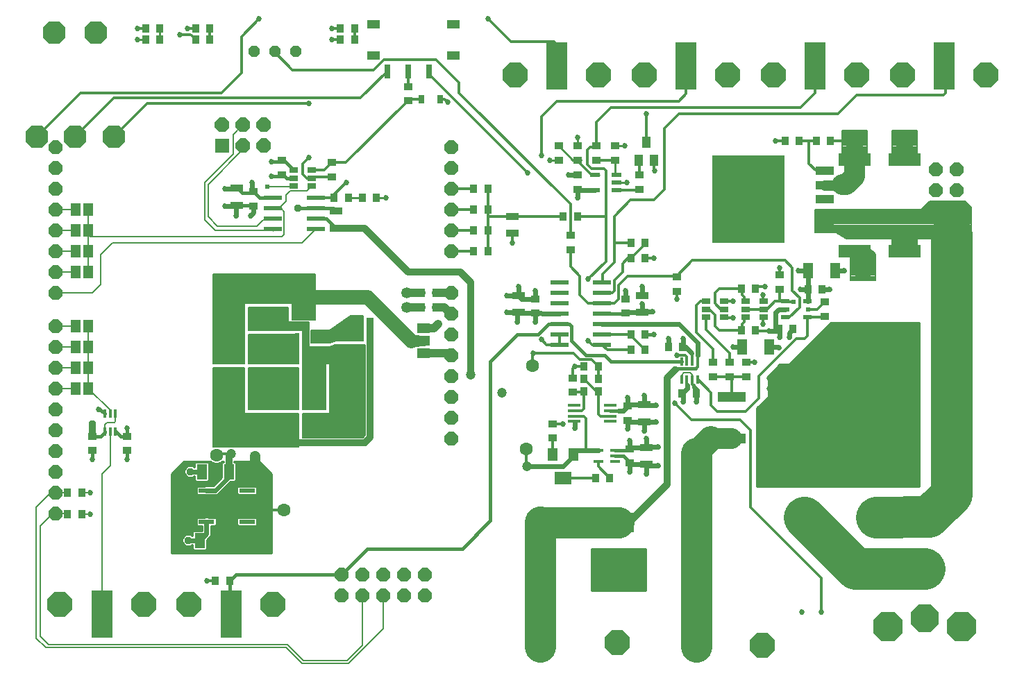
<source format=gtl>
G75*
%MOIN*%
%OFA0B0*%
%FSLAX24Y24*%
%IPPOS*%
%LPD*%
%AMOC8*
5,1,8,0,0,1.08239X$1,22.5*
%
%ADD10R,0.0866X0.0236*%
%ADD11R,0.0512X0.0630*%
%ADD12R,0.0787X0.0630*%
%ADD13OC8,0.0660*%
%ADD14OC8,0.0700*%
%ADD15R,0.0700X0.0700*%
%ADD16R,0.0600X0.0380*%
%ADD17R,0.0420X0.0350*%
%ADD18R,0.0350X0.0420*%
%ADD19R,0.1457X0.0965*%
%ADD20R,0.0460X0.0140*%
%ADD21R,0.0590X0.0170*%
%ADD22R,0.0276X0.0669*%
%ADD23R,0.0610X0.0433*%
%ADD24R,0.1350X0.0500*%
%ADD25R,0.3550X0.4200*%
%ADD26R,0.1000X0.2300*%
%ADD27OC8,0.1210*%
%ADD28C,0.0630*%
%ADD29R,0.0500X0.0220*%
%ADD30R,0.0780X0.0210*%
%ADD31R,0.0480X0.0740*%
%ADD32R,0.0460X0.0630*%
%ADD33R,0.0394X0.0551*%
%ADD34OC8,0.0531*%
%ADD35OC8,0.1095*%
%ADD36R,0.0417X0.0256*%
%ADD37R,0.0140X0.0400*%
%ADD38R,0.0394X0.0217*%
%ADD39R,0.0217X0.0394*%
%ADD40R,0.0740X0.0480*%
%ADD41R,0.0650X0.1100*%
%ADD42R,0.0360X0.0480*%
%ADD43R,0.0512X0.0472*%
%ADD44OC8,0.1620*%
%ADD45OC8,0.1325*%
%ADD46OC8,0.1424*%
%ADD47R,0.0630X0.0460*%
%ADD48R,0.3500X0.4200*%
%ADD49R,0.0900X0.0420*%
%ADD50R,0.1575X0.0630*%
%ADD51R,0.0300X0.0400*%
%ADD52C,0.0120*%
%ADD53C,0.0270*%
%ADD54C,0.0240*%
%ADD55C,0.0160*%
%ADD56C,0.0070*%
%ADD57C,0.0400*%
%ADD58C,0.0100*%
%ADD59C,0.0050*%
%ADD60C,0.0472*%
%ADD61C,0.0320*%
%ADD62C,0.0376*%
%ADD63C,0.0531*%
%ADD64OC8,0.1181*%
%ADD65C,0.0945*%
%ADD66C,0.0500*%
%ADD67OC8,0.1502*%
%ADD68C,0.2000*%
%ADD69C,0.1000*%
%ADD70C,0.1200*%
%ADD71C,0.1500*%
%ADD72C,0.0416*%
%ADD73C,0.0240*%
%ADD74C,0.0560*%
%ADD75C,0.0700*%
D10*
X020470Y026775D03*
X020470Y027275D03*
X020470Y027775D03*
X020470Y028275D03*
X022517Y028275D03*
X022517Y027775D03*
X022517Y027275D03*
X022517Y026775D03*
X034217Y024225D03*
X034217Y023725D03*
X034217Y023225D03*
X034217Y022725D03*
X034217Y022225D03*
X034217Y021725D03*
X034217Y021225D03*
X036264Y021225D03*
X036264Y021725D03*
X036264Y022225D03*
X036264Y022725D03*
X036264Y023225D03*
X036264Y023725D03*
X036264Y024225D03*
D11*
X034891Y015946D03*
X033891Y015946D03*
D12*
X034391Y014804D03*
D13*
X029041Y016725D03*
X029041Y017725D03*
X029041Y018725D03*
X029041Y019725D03*
X029041Y020725D03*
X029041Y021725D03*
X029041Y022725D03*
X029041Y023725D03*
X029041Y025725D03*
X029041Y026725D03*
X029041Y027725D03*
X029041Y028725D03*
X029041Y029725D03*
X029041Y030725D03*
X010041Y030725D03*
X010041Y029725D03*
X010041Y028725D03*
X010041Y027725D03*
X010041Y026725D03*
X010041Y025725D03*
X010041Y024725D03*
X010041Y023725D03*
X010041Y022125D03*
X010041Y021125D03*
X010041Y020125D03*
X010041Y019125D03*
X010041Y018125D03*
X010041Y017125D03*
X010041Y016125D03*
X010041Y015125D03*
X010041Y014125D03*
X010041Y013125D03*
X023743Y010175D03*
X023743Y009175D03*
X024743Y009175D03*
X024743Y010175D03*
X025743Y010175D03*
X025743Y009175D03*
X026743Y009175D03*
X026743Y010175D03*
X027743Y010175D03*
X027743Y009175D03*
X052282Y026648D03*
X052282Y027648D03*
X052282Y028648D03*
X052282Y029648D03*
X053282Y029648D03*
X053282Y028648D03*
X053282Y027648D03*
X053282Y026648D03*
D14*
X020041Y030775D03*
X020041Y031775D03*
X019041Y031775D03*
X019041Y030775D03*
X018041Y031775D03*
D15*
X018041Y030775D03*
D16*
X018741Y028735D03*
X018741Y027915D03*
X023496Y027635D03*
X023496Y026815D03*
X031943Y026565D03*
X031943Y027385D03*
X032243Y023582D03*
X032243Y022762D03*
X038193Y022765D03*
X038193Y023585D03*
X038291Y018335D03*
X038291Y017515D03*
X038391Y016285D03*
X038391Y015465D03*
D17*
X037591Y015535D03*
X037591Y016215D03*
X037491Y017585D03*
X037491Y018265D03*
X034843Y018935D03*
X034843Y019615D03*
X033891Y017415D03*
X033891Y016735D03*
X033043Y022735D03*
X033043Y023415D03*
X034743Y025785D03*
X034743Y026465D03*
X035093Y028685D03*
X035093Y029365D03*
X035093Y030085D03*
X035993Y030085D03*
X035993Y030765D03*
X035093Y030765D03*
X034193Y030765D03*
X034193Y030085D03*
X036893Y030085D03*
X036893Y030765D03*
X038046Y029365D03*
X038046Y028685D03*
X039843Y024465D03*
X039843Y023785D03*
X037393Y023415D03*
X037393Y022735D03*
X041593Y020365D03*
X042393Y020365D03*
X042393Y019685D03*
X041593Y019685D03*
X043193Y019685D03*
X043193Y020365D03*
X046943Y022585D03*
X046943Y023265D03*
X044793Y023885D03*
X044793Y024565D03*
X026943Y032935D03*
X026943Y033615D03*
X023293Y029965D03*
X023293Y029285D03*
X020893Y029385D03*
X020893Y030065D03*
X019541Y028565D03*
X019541Y027885D03*
X023893Y021665D03*
X023893Y020985D03*
X019593Y016565D03*
X019593Y015885D03*
X013443Y016135D03*
X013443Y016815D03*
X011793Y016815D03*
X011793Y016135D03*
D18*
X011283Y014125D03*
X010603Y014125D03*
X010603Y013075D03*
X011283Y013075D03*
X017703Y009875D03*
X018383Y009875D03*
X024453Y021725D03*
X024453Y022325D03*
X025133Y022325D03*
X025133Y021725D03*
X027603Y023025D03*
X028283Y023025D03*
X028283Y023725D03*
X027603Y023725D03*
X030103Y025725D03*
X030783Y025725D03*
X030783Y026725D03*
X030103Y026725D03*
X030103Y027725D03*
X030783Y027725D03*
X030783Y028725D03*
X030103Y028725D03*
X034403Y027375D03*
X035083Y027375D03*
X037653Y026125D03*
X038333Y026125D03*
X038333Y025375D03*
X037653Y025375D03*
X037651Y021725D03*
X038331Y021725D03*
X038331Y020975D03*
X037651Y020975D03*
X036083Y020175D03*
X036083Y019575D03*
X036083Y018975D03*
X035403Y018975D03*
X035403Y019575D03*
X035403Y020175D03*
X039453Y021125D03*
X040133Y021125D03*
X040103Y018875D03*
X040783Y018875D03*
X042953Y021925D03*
X043633Y021925D03*
X044753Y021975D03*
X045433Y021975D03*
X046153Y023875D03*
X046833Y023875D03*
X043633Y023925D03*
X042953Y023925D03*
X045053Y031025D03*
X045733Y031025D03*
X046553Y031025D03*
X047233Y031025D03*
X036631Y014825D03*
X035951Y014825D03*
X025431Y028275D03*
X024751Y028275D03*
X024081Y028275D03*
X023401Y028275D03*
X023703Y035875D03*
X023703Y036425D03*
X024383Y036425D03*
X024383Y035875D03*
X017433Y035875D03*
X017433Y036425D03*
X016753Y036425D03*
X016753Y035875D03*
X015033Y035875D03*
X015033Y036425D03*
X014353Y036425D03*
X014353Y035875D03*
D19*
X037043Y012692D03*
X037043Y010664D03*
D20*
X036901Y015615D03*
X036901Y015875D03*
X036901Y016135D03*
X036081Y016135D03*
X036081Y015615D03*
D21*
X036651Y017545D03*
X036651Y017795D03*
X036651Y018055D03*
X036651Y018305D03*
X034931Y018305D03*
X034931Y018055D03*
X034931Y017795D03*
X034931Y017545D03*
D22*
X027944Y034359D03*
X026944Y034359D03*
X025944Y034359D03*
D23*
X025277Y035125D03*
X025277Y036625D03*
X029115Y036625D03*
X029115Y035125D03*
D24*
X042488Y018725D03*
X042488Y016725D03*
D25*
X046368Y017725D03*
D26*
X046493Y034625D03*
X040293Y034625D03*
X034093Y034625D03*
X052693Y034625D03*
X018443Y008275D03*
X012243Y008275D03*
D27*
X010231Y008735D03*
X014256Y008735D03*
X016431Y008735D03*
X020456Y008735D03*
X032081Y034165D03*
X036106Y034165D03*
X038281Y034165D03*
X042306Y034165D03*
X044481Y034165D03*
X048506Y034165D03*
X050681Y034165D03*
X054706Y034165D03*
D28*
X032941Y020225D03*
X032641Y016225D03*
X020993Y013275D03*
X017743Y015925D03*
D29*
X035936Y028655D03*
X035936Y029395D03*
X036956Y029395D03*
X036956Y029025D03*
X036956Y028655D03*
D30*
X019213Y014222D03*
X019213Y013722D03*
X019213Y013222D03*
X019213Y012722D03*
X017273Y012722D03*
X017273Y013222D03*
X017273Y013722D03*
X017273Y014222D03*
D31*
X017043Y015125D03*
X018343Y015125D03*
X018246Y011825D03*
X016946Y011825D03*
X042993Y021125D03*
X044293Y021125D03*
X046143Y024775D03*
X047443Y024775D03*
D32*
X011593Y024725D03*
X010993Y024725D03*
X010993Y025725D03*
X011593Y025725D03*
X011593Y026725D03*
X010993Y026725D03*
X010993Y027725D03*
X011593Y027725D03*
X011593Y022125D03*
X010993Y022125D03*
X010993Y021125D03*
X011593Y021125D03*
X011593Y020125D03*
X010993Y020125D03*
X010993Y019125D03*
X011593Y019125D03*
D33*
X038019Y030095D03*
X038767Y030095D03*
X038393Y030961D03*
D34*
X021543Y035325D03*
X020543Y035325D03*
X019543Y035325D03*
D35*
X012823Y031225D03*
X010973Y031225D03*
X009123Y031225D03*
X009973Y036225D03*
X011973Y036225D03*
X033293Y012725D03*
X033293Y006725D03*
X040793Y006725D03*
X040793Y012725D03*
D36*
X041260Y022551D03*
X041260Y022925D03*
X041260Y023299D03*
X042126Y023299D03*
X042126Y022925D03*
X042126Y022551D03*
X043160Y022551D03*
X043160Y022925D03*
X043160Y023299D03*
X044026Y023299D03*
X044026Y022925D03*
X044026Y022551D03*
X022326Y028851D03*
X022326Y029225D03*
X022326Y029599D03*
X021460Y029599D03*
X021460Y029225D03*
X021460Y028851D03*
D37*
X012903Y017915D03*
X012643Y017915D03*
X012383Y017915D03*
X012383Y017035D03*
X012643Y017035D03*
X012903Y017035D03*
X040077Y019535D03*
X040333Y019535D03*
X040593Y019535D03*
X040853Y019535D03*
X040853Y020415D03*
X040593Y020415D03*
X040333Y020415D03*
X040077Y020415D03*
D38*
X045062Y022551D03*
X045062Y022925D03*
X045062Y023299D03*
X046125Y023299D03*
X046125Y022551D03*
D39*
X022367Y022656D03*
X021619Y022656D03*
X021619Y021594D03*
X021993Y021594D03*
X022367Y021594D03*
D40*
X021193Y020875D03*
X021193Y019575D03*
X020393Y022475D03*
X020393Y023775D03*
D41*
X021243Y017325D03*
X022343Y017325D03*
D42*
X022502Y018725D03*
X021085Y018725D03*
D43*
X020374Y019536D03*
X020374Y020914D03*
X018012Y020914D03*
X018012Y019536D03*
D44*
X051770Y010449D03*
D45*
X051770Y008087D03*
D46*
X053541Y007695D03*
X049998Y007695D03*
D47*
X027693Y020825D03*
X027693Y021425D03*
X027693Y022025D03*
D48*
X043293Y028225D03*
D49*
X046943Y028225D03*
X046943Y027555D03*
X046943Y026885D03*
X046943Y028895D03*
X046943Y029565D03*
D50*
X048393Y030125D03*
X050794Y030125D03*
X050794Y025725D03*
X048393Y025725D03*
D51*
X028483Y033025D03*
X027603Y033025D03*
D52*
X027033Y033025D01*
X026943Y032935D01*
X023973Y029965D01*
X023293Y029965D01*
X022927Y029599D01*
X022326Y029599D01*
X022386Y029285D02*
X023293Y029285D01*
X023993Y029025D02*
X023401Y028432D01*
X023401Y028275D01*
X022517Y028275D01*
X022326Y029225D02*
X022386Y029285D01*
X022326Y029225D02*
X022093Y029225D01*
X021893Y029425D01*
X021893Y029925D01*
X022193Y030225D01*
X022201Y032825D02*
X014423Y032825D01*
X012823Y031225D01*
X010973Y031225D02*
X012823Y033075D01*
X024660Y033075D01*
X025944Y034359D01*
X025793Y034925D02*
X025293Y034425D01*
X021393Y034425D01*
X020543Y035275D01*
X020543Y035325D01*
X019793Y036875D02*
X018943Y036025D01*
X018943Y034275D01*
X017993Y033325D01*
X011223Y033325D01*
X009123Y031225D01*
X013943Y036425D02*
X014353Y036425D01*
X015993Y036125D02*
X016493Y036125D01*
X016543Y036075D01*
X016753Y035875D01*
X016753Y036425D02*
X016343Y036425D01*
X017433Y036425D02*
X017433Y035875D01*
X023293Y035875D02*
X023496Y035872D01*
X023703Y035875D01*
X023703Y036425D02*
X023293Y036425D01*
X024383Y036425D02*
X024383Y035875D01*
X025793Y034925D02*
X028293Y034925D01*
X029393Y033825D01*
X029393Y033325D01*
X034743Y027975D01*
X034743Y026465D01*
X034743Y025785D02*
X034749Y025779D01*
X034749Y024969D01*
X035193Y024525D01*
X035193Y023625D01*
X035593Y023225D01*
X036264Y023225D01*
X036843Y023225D01*
X037043Y023425D01*
X037043Y024075D01*
X037493Y024525D01*
X039843Y024525D01*
X039843Y024465D01*
X039843Y024525D02*
X040593Y025275D01*
X045043Y025275D01*
X045393Y024925D01*
X045393Y023825D01*
X045743Y023475D01*
X045743Y023025D01*
X045269Y022551D01*
X045062Y022551D01*
X044567Y023299D02*
X044193Y022925D01*
X044026Y022925D01*
X043160Y022925D01*
X043160Y022551D02*
X043093Y022484D01*
X043093Y022325D01*
X042993Y022225D01*
X042993Y021965D01*
X042953Y021925D01*
X041893Y021925D01*
X041693Y022125D01*
X041693Y022642D01*
X041410Y022925D01*
X041260Y022925D01*
X041260Y022551D02*
X041260Y021958D01*
X042393Y020825D01*
X042393Y020365D01*
X041593Y020365D02*
X041593Y021025D01*
X040793Y021825D01*
X040793Y023125D01*
X040993Y023325D01*
X041234Y023325D01*
X041260Y023299D01*
X041693Y023208D02*
X041693Y023725D01*
X041893Y023925D01*
X042953Y023925D01*
X042993Y023885D01*
X042993Y023625D01*
X043093Y023525D01*
X043093Y023366D01*
X043160Y023299D01*
X042543Y023325D02*
X042152Y023325D01*
X042126Y023299D01*
X042126Y022925D02*
X041976Y022925D01*
X041693Y023208D01*
X042126Y022551D02*
X042152Y022525D01*
X042543Y022525D01*
X043633Y021925D02*
X043683Y021875D01*
X044293Y021875D01*
X043993Y022225D02*
X043993Y022518D01*
X044026Y022551D01*
X044026Y023299D02*
X043993Y023332D01*
X043993Y023625D01*
X044093Y024025D02*
X043733Y024025D01*
X043633Y023925D01*
X043033Y023925D02*
X042953Y023925D01*
X042993Y023925D01*
X044567Y023299D02*
X044793Y023299D01*
X044793Y023885D01*
X044793Y023299D02*
X045062Y023299D01*
X045086Y023275D01*
X045443Y023275D01*
X046143Y022925D02*
X046603Y022925D01*
X046943Y023265D01*
X046943Y022585D02*
X046909Y022551D01*
X046125Y022551D01*
X046125Y021656D01*
X045993Y021525D01*
X045593Y021525D01*
X043793Y019725D01*
X043793Y018657D01*
X043161Y018025D01*
X041793Y018025D01*
X041493Y018325D01*
X041493Y018925D01*
X040883Y019535D01*
X040853Y019535D01*
X040593Y019535D02*
X040593Y019325D01*
X040643Y019275D01*
X040343Y019275D02*
X040333Y019285D01*
X040333Y019535D01*
X040768Y020075D02*
X040843Y020150D01*
X040843Y020405D01*
X040853Y020415D01*
X040843Y020425D01*
X040843Y020725D01*
X040593Y020775D02*
X040543Y020825D01*
X040593Y020775D02*
X040593Y020415D01*
X040333Y020415D02*
X040333Y020635D01*
X040243Y020725D01*
X039843Y020725D01*
X038331Y020975D02*
X037651Y021655D01*
X037651Y021725D01*
X036264Y021725D01*
X036264Y021225D02*
X035793Y021225D01*
X035593Y021425D01*
X034893Y020825D02*
X035193Y020525D01*
X035743Y020525D01*
X036083Y020185D01*
X036083Y020175D01*
X036083Y019575D01*
X036083Y018975D02*
X036003Y018975D01*
X035403Y019575D01*
X034843Y019615D02*
X034843Y020075D01*
X034943Y020175D01*
X035403Y020175D01*
X034893Y020825D02*
X032943Y020825D01*
X032941Y020822D01*
X032941Y020225D01*
X033593Y021225D02*
X033343Y021475D01*
X033593Y021225D02*
X034217Y021225D01*
X034217Y021725D01*
X036243Y021204D02*
X036264Y021225D01*
X036514Y020975D01*
X037651Y020975D01*
X037651Y021725D02*
X037601Y021775D01*
X036743Y023725D02*
X036843Y023825D01*
X036843Y024325D01*
X037243Y024725D01*
X037243Y025125D01*
X037493Y025375D01*
X037653Y025375D01*
X038333Y026055D01*
X038333Y026125D01*
X037653Y026125D02*
X036843Y026125D01*
X036843Y027385D01*
X037634Y028175D01*
X038743Y028175D01*
X039243Y028675D01*
X039243Y031618D01*
X039950Y032325D01*
X047593Y032325D01*
X048493Y033225D01*
X052643Y033225D01*
X052743Y033325D01*
X052743Y033563D01*
X052477Y033829D01*
X052585Y033992D01*
X052693Y034253D01*
X052693Y034625D01*
X048393Y031025D02*
X047233Y031025D01*
X046553Y031025D02*
X046193Y031025D01*
X046193Y029925D01*
X046553Y029565D01*
X046943Y029565D01*
X046193Y031025D02*
X045733Y031025D01*
X045053Y031025D02*
X044593Y031025D01*
X045793Y032625D02*
X046493Y033325D01*
X046493Y034625D01*
X045793Y032625D02*
X036693Y032625D01*
X035993Y031925D01*
X035993Y030765D01*
X035953Y030725D01*
X035693Y030725D01*
X035543Y030575D01*
X035543Y029887D01*
X035755Y029675D01*
X036343Y029675D01*
X036443Y029575D01*
X036443Y027375D01*
X035083Y027375D01*
X034403Y027375D02*
X033043Y027375D01*
X031943Y027385D01*
X030783Y027385D01*
X030783Y026725D01*
X030783Y025725D01*
X030103Y025725D02*
X029041Y025725D01*
X029041Y026725D02*
X030103Y026725D01*
X030783Y027385D02*
X030783Y027725D01*
X030783Y028725D01*
X030103Y028725D02*
X029041Y028725D01*
X029041Y027725D02*
X030103Y027725D01*
X030783Y027725D02*
X030783Y027425D01*
X030793Y027425D01*
X030793Y027415D01*
X031943Y026565D02*
X031943Y026125D01*
X034743Y024969D02*
X034749Y024969D01*
X035593Y024375D02*
X036443Y025225D01*
X036443Y027375D01*
X036956Y028655D02*
X038016Y028655D01*
X038046Y028685D01*
X038046Y029365D02*
X038046Y030068D01*
X038019Y030095D01*
X038767Y030095D02*
X038767Y029649D01*
X038793Y029575D01*
X038393Y030961D02*
X038393Y032325D01*
X039943Y032925D02*
X040293Y033275D01*
X040293Y034625D01*
X039943Y032925D02*
X034093Y032925D01*
X033343Y032175D01*
X033343Y030325D01*
X032693Y029475D02*
X027944Y034224D01*
X027944Y034359D01*
X026944Y034359D02*
X026943Y034359D01*
X026943Y033615D01*
X028483Y033025D02*
X028693Y033025D01*
X028843Y032875D01*
X031893Y035775D02*
X033943Y035775D01*
X034193Y035525D01*
X034193Y034725D01*
X034093Y034625D01*
X031893Y035775D02*
X030793Y036875D01*
X035093Y030085D02*
X035093Y030054D01*
X035753Y029395D01*
X035936Y029395D01*
X035993Y030085D02*
X036893Y030085D01*
X035246Y030085D02*
X035093Y030085D01*
X036843Y026125D02*
X036843Y025175D01*
X036293Y024625D01*
X036293Y024254D01*
X036264Y024225D01*
X036264Y023725D02*
X036743Y023725D01*
X038333Y025375D02*
X038743Y025375D01*
X039843Y023785D02*
X039843Y023425D01*
X043193Y020365D02*
X043583Y020365D01*
X043593Y020375D01*
X043193Y019685D02*
X042393Y019685D01*
X042488Y019590D01*
X042488Y018725D01*
X042393Y019685D02*
X041593Y019685D01*
X039743Y018425D02*
X040543Y017625D01*
X042893Y017625D01*
X043393Y017125D01*
X043393Y013425D01*
X046793Y010025D01*
X046793Y008375D01*
X037593Y015525D02*
X037591Y015528D01*
X037591Y015535D01*
X038393Y016275D02*
X038393Y016282D01*
X038391Y016285D01*
X038291Y017515D02*
X038291Y017522D01*
X038293Y017525D01*
X037493Y018268D02*
X037491Y018265D01*
X037493Y018268D02*
X037493Y018275D01*
X036651Y017795D02*
X036183Y017795D01*
X036083Y017895D01*
X036083Y018975D01*
X035403Y018975D02*
X035363Y018935D01*
X034843Y018935D01*
X035403Y018975D02*
X035403Y018185D01*
X035393Y018175D01*
X035393Y018155D01*
X035293Y018055D01*
X034931Y018055D01*
X034931Y017795D02*
X034911Y017775D01*
X035393Y017775D01*
X035493Y017675D01*
X035493Y016235D01*
X035593Y016135D01*
X036043Y016135D02*
X036081Y016135D01*
X036081Y015615D02*
X036081Y015375D01*
X036631Y014825D01*
X035951Y014825D02*
X035930Y014804D01*
X034391Y014804D01*
X034891Y015946D02*
X035080Y016135D01*
X034383Y017415D02*
X034393Y017425D01*
X034383Y017415D02*
X033891Y017415D01*
X033891Y016735D02*
X033891Y015946D01*
X032641Y016225D02*
X032641Y015378D01*
X032643Y015375D01*
X034931Y017495D02*
X034931Y017545D01*
X034931Y017495D02*
X034943Y017482D01*
X044793Y024565D02*
X044793Y024925D01*
X053000Y026931D02*
X053000Y026931D01*
X020993Y013275D02*
X019943Y013275D01*
X019893Y013225D01*
X019243Y013225D01*
X019216Y013225D01*
X019213Y013222D01*
X019216Y013225D02*
X019193Y013225D01*
X018443Y015975D02*
X017793Y015975D01*
X017743Y015925D01*
X017703Y009875D02*
X017293Y009875D01*
X018383Y009865D02*
X018383Y009875D01*
X018383Y008335D02*
X018443Y008275D01*
D53*
X017293Y009875D03*
X011693Y013075D03*
X011693Y014125D03*
X011793Y015725D03*
X013443Y015725D03*
X013443Y017225D03*
X012093Y018125D03*
X022943Y017725D03*
X022943Y017325D03*
X022943Y016925D03*
X023343Y016925D03*
X023343Y017325D03*
X023343Y017725D03*
X031693Y022775D03*
X032193Y022325D03*
X033043Y022325D03*
X033343Y021475D03*
X032943Y020825D03*
X034943Y020175D03*
X035593Y021425D03*
X037393Y023825D03*
X038193Y024025D03*
X038193Y023175D03*
X038693Y022825D03*
X038743Y021725D03*
X039443Y021525D03*
X040143Y021525D03*
X039843Y020725D03*
X040143Y018475D03*
X039743Y018425D03*
X038843Y018325D03*
X038293Y018775D03*
X037493Y018675D03*
X038843Y017525D03*
X038293Y017075D03*
X038393Y016725D03*
X038943Y016325D03*
X038943Y015425D03*
X038393Y015025D03*
X037593Y015125D03*
X037593Y016625D03*
X037493Y017175D03*
X034943Y017225D03*
X034393Y017425D03*
X040793Y018475D03*
X043793Y018125D03*
X043793Y017625D03*
X043793Y017125D03*
X043793Y016625D03*
X043793Y016125D03*
X043793Y015625D03*
X043793Y015125D03*
X043793Y014625D03*
X044293Y014625D03*
X044293Y015125D03*
X044293Y015625D03*
X044293Y016125D03*
X044293Y016625D03*
X044293Y017125D03*
X044293Y017625D03*
X044293Y018125D03*
X044293Y018625D03*
X044293Y019125D03*
X044293Y019625D03*
X044793Y019625D03*
X044793Y019125D03*
X044793Y018625D03*
X044793Y018125D03*
X044793Y017625D03*
X044793Y017125D03*
X044793Y016625D03*
X044793Y016125D03*
X044793Y015625D03*
X044793Y015125D03*
X044793Y014625D03*
X045293Y014625D03*
X045293Y015125D03*
X045293Y015625D03*
X045293Y016125D03*
X045293Y016625D03*
X045293Y017125D03*
X045293Y017625D03*
X045293Y018125D03*
X045293Y018625D03*
X045293Y019125D03*
X045293Y019625D03*
X045293Y020125D03*
X044793Y020125D03*
X045793Y020125D03*
X045793Y019625D03*
X045793Y019125D03*
X045793Y018625D03*
X045793Y018125D03*
X045793Y017625D03*
X045793Y017125D03*
X045793Y016625D03*
X045793Y016125D03*
X045793Y015625D03*
X045793Y015125D03*
X045793Y014625D03*
X046293Y014625D03*
X046293Y015125D03*
X046293Y015625D03*
X046293Y016125D03*
X046293Y016625D03*
X046293Y017125D03*
X046293Y017625D03*
X046293Y018125D03*
X046293Y018625D03*
X046293Y019125D03*
X046293Y019625D03*
X046293Y020125D03*
X046293Y020625D03*
X046293Y021125D03*
X046793Y021125D03*
X046793Y020625D03*
X046793Y020125D03*
X046793Y019625D03*
X046793Y019125D03*
X046793Y018625D03*
X046793Y018125D03*
X046793Y017625D03*
X046793Y017125D03*
X046793Y016625D03*
X046793Y016125D03*
X046793Y015625D03*
X046793Y015125D03*
X046793Y014625D03*
X047293Y014625D03*
X047293Y015125D03*
X047293Y015625D03*
X047293Y016125D03*
X047293Y016625D03*
X047293Y017125D03*
X047293Y017625D03*
X047293Y018125D03*
X047293Y018625D03*
X047293Y019125D03*
X047293Y019625D03*
X047293Y020125D03*
X047293Y020625D03*
X047293Y021125D03*
X047293Y021625D03*
X046793Y021625D03*
X047293Y022125D03*
X047793Y022125D03*
X047793Y021625D03*
X047793Y021125D03*
X047793Y020625D03*
X047793Y020125D03*
X047793Y019625D03*
X047793Y019125D03*
X047793Y018625D03*
X047793Y018125D03*
X047793Y017625D03*
X047793Y017125D03*
X047793Y016625D03*
X047793Y016125D03*
X047793Y015625D03*
X047793Y015125D03*
X047793Y014625D03*
X048293Y014625D03*
X048293Y015125D03*
X048293Y015625D03*
X048293Y016125D03*
X048293Y016625D03*
X048293Y017125D03*
X048293Y017625D03*
X048293Y018125D03*
X048293Y018625D03*
X048293Y019125D03*
X048293Y019625D03*
X048293Y020125D03*
X048293Y020625D03*
X048293Y021125D03*
X048293Y021625D03*
X048293Y022125D03*
X048793Y022125D03*
X048793Y021625D03*
X048793Y021125D03*
X048793Y020625D03*
X048793Y020125D03*
X048793Y019625D03*
X048793Y019125D03*
X048793Y018625D03*
X048793Y018125D03*
X048793Y017625D03*
X048793Y017125D03*
X048793Y016625D03*
X048793Y016125D03*
X048793Y015625D03*
X048793Y015125D03*
X048793Y014625D03*
X049293Y014625D03*
X049293Y015125D03*
X049293Y015625D03*
X049293Y016125D03*
X049293Y016625D03*
X049293Y017125D03*
X049293Y017625D03*
X049293Y018125D03*
X049293Y018625D03*
X049293Y019125D03*
X049293Y019625D03*
X049293Y020125D03*
X049293Y020625D03*
X049293Y021125D03*
X049293Y021625D03*
X049293Y022125D03*
X049793Y022125D03*
X049793Y021625D03*
X049793Y021125D03*
X049793Y020625D03*
X049793Y020125D03*
X049793Y019625D03*
X049793Y019125D03*
X049793Y018625D03*
X049793Y018125D03*
X049793Y017625D03*
X049793Y017125D03*
X049793Y016625D03*
X049793Y016125D03*
X049793Y015625D03*
X049793Y015125D03*
X049793Y014625D03*
X050293Y014625D03*
X050293Y015125D03*
X050293Y015625D03*
X050293Y016125D03*
X050293Y016625D03*
X050293Y017125D03*
X050293Y017625D03*
X050293Y018125D03*
X050293Y018625D03*
X050293Y019125D03*
X050293Y019625D03*
X050293Y020125D03*
X050293Y020625D03*
X050293Y021125D03*
X050293Y021625D03*
X050293Y022125D03*
X050793Y022125D03*
X050793Y021625D03*
X050793Y021125D03*
X050793Y020625D03*
X050793Y020125D03*
X050793Y019625D03*
X050793Y019125D03*
X050793Y018625D03*
X050793Y018125D03*
X050793Y017625D03*
X050793Y017125D03*
X050793Y016625D03*
X050793Y016125D03*
X050793Y015625D03*
X050793Y015125D03*
X050793Y014625D03*
X051293Y014625D03*
X051293Y015125D03*
X051293Y015625D03*
X051293Y016125D03*
X051293Y016625D03*
X051293Y017125D03*
X051293Y017625D03*
X051293Y018125D03*
X051293Y018625D03*
X051293Y019125D03*
X051293Y019625D03*
X051293Y020125D03*
X051293Y020625D03*
X051293Y021125D03*
X051293Y021625D03*
X051293Y022125D03*
X047893Y024775D03*
X047193Y023875D03*
X045793Y023875D03*
X045693Y024775D03*
X044793Y024925D03*
X044093Y024025D03*
X043993Y023625D03*
X042543Y023325D03*
X042543Y022525D03*
X043993Y022225D03*
X044293Y021875D03*
X044793Y021575D03*
X045243Y021575D03*
X044743Y021075D03*
X043593Y020375D03*
X042543Y021125D03*
X039843Y023425D03*
X038743Y025375D03*
X041793Y026475D03*
X041793Y026975D03*
X041793Y027475D03*
X041793Y027975D03*
X041793Y028475D03*
X041793Y028975D03*
X041793Y029475D03*
X041793Y029975D03*
X042293Y029975D03*
X042293Y029475D03*
X042293Y028975D03*
X042293Y028475D03*
X042293Y027975D03*
X042293Y027475D03*
X042293Y026975D03*
X042293Y026475D03*
X042793Y026475D03*
X042793Y026975D03*
X042793Y027475D03*
X042793Y027975D03*
X042793Y028475D03*
X042793Y028975D03*
X042793Y029475D03*
X042793Y029975D03*
X043293Y029975D03*
X043293Y029475D03*
X043293Y028975D03*
X043293Y028475D03*
X043293Y027975D03*
X043293Y027475D03*
X043293Y026975D03*
X043293Y026475D03*
X043793Y026475D03*
X043793Y026975D03*
X043793Y027475D03*
X043793Y027975D03*
X043793Y028475D03*
X043793Y028975D03*
X043793Y029475D03*
X043793Y029975D03*
X044293Y029975D03*
X044293Y029475D03*
X044293Y028975D03*
X044293Y028475D03*
X044293Y027975D03*
X044293Y027475D03*
X044293Y026975D03*
X044293Y026475D03*
X044793Y026475D03*
X044793Y026975D03*
X044793Y027475D03*
X044793Y027975D03*
X044793Y028475D03*
X044793Y028975D03*
X044793Y029475D03*
X044793Y029975D03*
X044593Y031025D03*
X038793Y029575D03*
X037443Y029025D03*
X037343Y030775D03*
X038393Y032325D03*
X035093Y031175D03*
X033743Y030075D03*
X033343Y030325D03*
X032693Y029475D03*
X034643Y029375D03*
X035093Y028275D03*
X031943Y026125D03*
X032243Y024025D03*
X031693Y023575D03*
X033043Y023825D03*
X035593Y024375D03*
X025893Y028275D03*
X023993Y029025D03*
X022193Y030225D03*
X020393Y030025D03*
X020393Y029325D03*
X019443Y029025D03*
X018143Y028725D03*
X018143Y027875D03*
X018693Y027425D03*
X019393Y027425D03*
X022201Y032825D03*
X023293Y035875D03*
X023293Y036425D03*
X019793Y036875D03*
X016343Y036425D03*
X015993Y036125D03*
X013943Y035875D03*
X013943Y036425D03*
X028843Y032875D03*
X030793Y036875D03*
X045843Y008375D03*
X046793Y008375D03*
D54*
X038943Y015425D02*
X038393Y015425D01*
X038393Y015025D01*
X038391Y015465D02*
X037661Y015465D01*
X037591Y015535D01*
X037593Y015525D02*
X037593Y015125D01*
X037551Y016175D02*
X037591Y016215D01*
X037661Y016285D01*
X038391Y016285D01*
X038393Y016275D02*
X038393Y016725D01*
X038293Y017075D02*
X038293Y017525D01*
X038193Y017525D01*
X038291Y017515D02*
X037561Y017515D01*
X037491Y017585D01*
X037493Y017525D02*
X037493Y017175D01*
X037593Y016625D02*
X037593Y016225D01*
X038443Y016325D02*
X038943Y016325D01*
X038843Y017525D02*
X038293Y017525D01*
X038293Y017575D01*
X038293Y018325D02*
X038843Y018325D01*
X038293Y018325D02*
X038293Y018775D01*
X038291Y018335D02*
X037561Y018335D01*
X037491Y018265D01*
X037281Y018055D01*
X037043Y018055D01*
X037493Y018275D02*
X037493Y018675D01*
X040103Y018875D02*
X040143Y018835D01*
X040143Y018475D01*
X040103Y018875D02*
X040343Y019115D01*
X040343Y019275D01*
X040693Y019175D02*
X040783Y019085D01*
X040783Y018875D01*
X040783Y018485D01*
X040793Y018475D01*
X040843Y020725D02*
X040843Y021325D01*
X039943Y022225D01*
X036264Y022225D01*
X037343Y022765D02*
X037393Y022735D01*
X037343Y022765D02*
X038193Y022765D01*
X038193Y022825D01*
X038693Y022825D01*
X038193Y022825D02*
X038193Y023175D01*
X038193Y023585D02*
X038193Y024025D01*
X037393Y023825D02*
X037393Y023415D01*
X039443Y021525D02*
X039443Y021135D01*
X039453Y021125D01*
X040133Y021125D02*
X040143Y021135D01*
X040143Y021525D01*
X040133Y021125D02*
X040293Y021125D01*
X040543Y020825D01*
X042543Y021125D02*
X042993Y021125D01*
X044293Y021125D02*
X044693Y021125D01*
X044743Y021075D01*
X044793Y021575D02*
X044793Y021925D01*
X044743Y021975D01*
X044753Y021975D01*
X044743Y021975D02*
X044693Y021975D01*
X044593Y021875D01*
X044293Y021875D01*
X044593Y021925D02*
X044643Y021875D01*
X044593Y021925D02*
X044593Y021975D01*
X044693Y021975D01*
X044593Y021975D02*
X044593Y022775D01*
X044743Y022925D01*
X045062Y022925D01*
X045433Y021975D02*
X045243Y021785D01*
X045243Y021575D01*
X046125Y023299D02*
X046153Y023328D01*
X046153Y023875D01*
X045793Y023875D01*
X046143Y023885D02*
X046143Y024775D01*
X046093Y024775D02*
X045693Y024775D01*
X046143Y023885D02*
X046153Y023875D01*
X046833Y023875D02*
X047193Y023875D01*
X047443Y024775D02*
X047893Y024775D01*
X035936Y028655D02*
X035123Y028655D01*
X035093Y028685D01*
X035093Y028275D01*
X035093Y029365D02*
X034643Y029375D01*
X033043Y023825D02*
X033043Y023425D01*
X032393Y023425D01*
X032243Y023575D01*
X031693Y023575D01*
X032243Y023582D02*
X032243Y024025D01*
X033043Y023425D02*
X033043Y023415D01*
X033043Y022735D02*
X032271Y022735D01*
X032243Y022762D01*
X032193Y022762D02*
X032193Y022325D01*
X032193Y022775D02*
X031693Y022775D01*
X033043Y022735D02*
X033043Y022325D01*
X033043Y022735D02*
X033643Y022725D01*
X034217Y022725D01*
X034943Y017482D02*
X034943Y017225D01*
X035080Y016135D02*
X035593Y016135D01*
X036081Y016135D01*
X034891Y015946D02*
X034891Y015872D01*
X034393Y015375D01*
X032643Y015375D01*
X018343Y015125D02*
X018343Y014875D01*
X017693Y014225D01*
X017276Y014225D01*
X017273Y014222D01*
X017043Y015125D02*
X016493Y015125D01*
X017273Y012722D02*
X017273Y012152D01*
X016946Y011825D01*
X016393Y011825D01*
X018693Y027425D02*
X018693Y027868D01*
X018741Y027915D01*
X018693Y027875D02*
X018143Y027875D01*
X018143Y028725D02*
X018731Y028725D01*
X018741Y028735D01*
X019443Y028662D02*
X019443Y029025D01*
X019443Y028662D02*
X019541Y028565D01*
X019551Y028575D01*
X019541Y027885D02*
X019541Y027572D01*
X019393Y027425D01*
D55*
X019593Y027925D02*
X018693Y027925D01*
X018703Y027915D01*
X018741Y027915D01*
X018993Y028525D02*
X018783Y028735D01*
X018741Y028735D01*
X018993Y028525D02*
X019493Y028525D01*
X019541Y028565D02*
X019831Y028275D01*
X020470Y028275D01*
X020393Y029325D02*
X020833Y029325D01*
X020893Y029385D01*
X020953Y029385D01*
X021113Y029225D01*
X021460Y029225D01*
X021460Y029599D02*
X020994Y030065D01*
X020893Y030065D01*
X020833Y030025D01*
X020393Y030025D01*
X021643Y027775D02*
X022517Y027775D01*
X023356Y027775D01*
X023496Y027635D01*
X023036Y027275D02*
X022517Y027275D01*
X023036Y027275D02*
X023496Y026815D01*
X030893Y020425D02*
X032193Y021725D01*
X033193Y021725D01*
X033693Y022225D01*
X034217Y022225D01*
X034693Y022225D01*
X034793Y022125D01*
X034793Y021425D01*
X035493Y020725D01*
X036393Y020725D01*
X036703Y020415D01*
X040077Y020415D01*
X039818Y020075D02*
X039818Y020050D01*
X039768Y020000D01*
X039743Y020000D02*
X039818Y020075D01*
X040768Y020075D01*
X040643Y019275D02*
X040693Y019225D01*
X040693Y019175D01*
X038743Y021725D02*
X038331Y021725D01*
X037393Y022735D02*
X037343Y022725D01*
X036264Y022725D01*
X036651Y018055D02*
X037043Y018055D01*
X037591Y016215D02*
X037511Y016135D01*
X036901Y016135D01*
X036901Y015875D02*
X037291Y015875D01*
X037591Y015575D01*
X037591Y015535D01*
X030893Y012776D02*
X030893Y020425D01*
X030893Y012776D02*
X029543Y011425D01*
X024993Y011425D01*
X023743Y010175D01*
X018683Y010175D01*
X018383Y009875D01*
X018383Y009865D02*
X018383Y008335D01*
X013443Y015725D02*
X013443Y016135D01*
X013443Y016815D02*
X013433Y016825D01*
X013143Y016825D01*
X012933Y017035D01*
X012903Y017035D01*
X012393Y017025D02*
X012193Y016825D01*
X011793Y016825D01*
X012383Y017035D02*
X012393Y017025D01*
X012383Y017915D02*
X012173Y018125D01*
X012093Y018125D01*
X013443Y017225D02*
X013443Y016815D01*
X011793Y016135D02*
X011793Y015725D01*
D56*
X009093Y007125D02*
X009543Y006675D01*
X021093Y006675D01*
X021843Y005925D01*
X024093Y005925D01*
X025743Y007575D01*
X025743Y009175D01*
X024743Y009175D02*
X024743Y006775D01*
X024023Y006055D01*
X021913Y006055D01*
X021143Y006825D01*
X009693Y006825D01*
X009293Y007225D01*
X009293Y012525D01*
X009893Y013125D01*
X010041Y013125D01*
X010553Y013125D01*
X010603Y013075D01*
X011283Y013075D02*
X011693Y013075D01*
X011693Y014125D02*
X011283Y014125D01*
X010603Y014125D02*
X010041Y014125D01*
X009793Y014125D01*
X009093Y013425D01*
X009093Y007125D01*
X012243Y008275D02*
X012243Y015025D01*
X012643Y015425D01*
X012643Y017035D01*
X012383Y017035D02*
X012383Y017365D01*
X012493Y017475D01*
X012843Y017475D01*
X012903Y017535D01*
X012903Y017915D01*
X012643Y017915D02*
X012643Y018075D01*
X011593Y019125D01*
X011593Y020125D01*
X011593Y021125D01*
X011593Y022125D01*
X010993Y022125D02*
X010041Y022125D01*
X010041Y021125D02*
X010993Y021125D01*
X011593Y021125D02*
X011593Y019125D01*
X010993Y019125D02*
X010041Y019125D01*
X010041Y020125D02*
X010993Y020125D01*
X011793Y023725D02*
X010041Y023725D01*
X010041Y024725D02*
X010993Y024725D01*
X011593Y024725D02*
X011593Y025725D01*
X011593Y026725D01*
X011593Y026525D01*
X011693Y026425D01*
X020893Y026425D01*
X020993Y026525D01*
X020993Y027625D01*
X020843Y027775D01*
X020843Y027875D01*
X021093Y028125D01*
X021093Y028425D01*
X021293Y028625D01*
X022100Y028625D01*
X022326Y028851D01*
X021434Y028825D02*
X020193Y028825D01*
X020843Y027875D02*
X020793Y027825D01*
X020470Y027275D02*
X020420Y027225D01*
X019993Y027225D01*
X019693Y026925D01*
X017793Y026925D01*
X017343Y027375D01*
X017343Y028925D01*
X019041Y030622D01*
X019041Y030775D01*
X018543Y030375D02*
X018543Y031325D01*
X018993Y031775D01*
X019041Y031775D01*
X018543Y030375D02*
X017193Y029025D01*
X017193Y027225D01*
X017693Y026725D01*
X020420Y026725D01*
X020470Y026775D01*
X021867Y026125D02*
X012776Y026125D01*
X012193Y025542D01*
X012193Y024125D01*
X011793Y023725D01*
X010993Y025725D02*
X010041Y025725D01*
X010041Y026725D02*
X010993Y026725D01*
X011593Y026725D02*
X011593Y027725D01*
X010993Y027725D02*
X010041Y027725D01*
X021867Y026125D02*
X022517Y026775D01*
X040077Y019759D02*
X040193Y019875D01*
X040493Y019875D01*
X040593Y019775D01*
X040593Y019535D01*
X040077Y019535D02*
X040077Y019759D01*
X047493Y026625D02*
X047993Y026325D01*
X050193Y026325D01*
X050193Y025525D01*
X051393Y025525D01*
X051393Y026325D01*
X053993Y026325D01*
X053993Y027825D01*
X053693Y028125D01*
X051993Y028125D01*
X051593Y027725D01*
X046493Y027725D01*
X046493Y026625D01*
X047493Y026625D01*
X047506Y026618D02*
X053993Y026618D01*
X053993Y026686D02*
X046493Y026686D01*
X046493Y026755D02*
X053993Y026755D01*
X053993Y026823D02*
X046493Y026823D01*
X046493Y026892D02*
X053993Y026892D01*
X053993Y026960D02*
X046493Y026960D01*
X046493Y027029D02*
X053993Y027029D01*
X053993Y027097D02*
X046493Y027097D01*
X046493Y027166D02*
X053993Y027166D01*
X053993Y027234D02*
X046493Y027234D01*
X046493Y027303D02*
X053993Y027303D01*
X053993Y027371D02*
X046493Y027371D01*
X046493Y027440D02*
X053993Y027440D01*
X053993Y027508D02*
X046493Y027508D01*
X046493Y027577D02*
X053993Y027577D01*
X053993Y027645D02*
X046493Y027645D01*
X046493Y027714D02*
X053993Y027714D01*
X053993Y027782D02*
X051650Y027782D01*
X051719Y027851D02*
X053968Y027851D01*
X053899Y027919D02*
X051787Y027919D01*
X051856Y027988D02*
X053831Y027988D01*
X053762Y028056D02*
X051924Y028056D01*
X051993Y028125D02*
X053694Y028125D01*
X053993Y026549D02*
X047620Y026549D01*
X047734Y026481D02*
X053993Y026481D01*
X053993Y026412D02*
X047848Y026412D01*
X047962Y026344D02*
X053993Y026344D01*
X051393Y026275D02*
X050193Y026275D01*
X050193Y026207D02*
X051393Y026207D01*
X051393Y026138D02*
X050193Y026138D01*
X050193Y026070D02*
X051393Y026070D01*
X051393Y026001D02*
X050193Y026001D01*
X050193Y025933D02*
X051393Y025933D01*
X051393Y025864D02*
X050193Y025864D01*
X050193Y025796D02*
X051393Y025796D01*
X051393Y025727D02*
X050193Y025727D01*
X050193Y025659D02*
X051393Y025659D01*
X051393Y025590D02*
X050193Y025590D01*
X049393Y025564D02*
X049393Y024325D01*
X048193Y024325D01*
X048193Y025925D01*
X049033Y025925D01*
X049393Y025564D01*
X049368Y025590D02*
X048193Y025590D01*
X048193Y025522D02*
X049393Y025522D01*
X049393Y025453D02*
X048193Y025453D01*
X048193Y025385D02*
X049393Y025385D01*
X049393Y025316D02*
X048193Y025316D01*
X048193Y025248D02*
X049393Y025248D01*
X049393Y025179D02*
X048193Y025179D01*
X048193Y025111D02*
X049393Y025111D01*
X049393Y025042D02*
X048193Y025042D01*
X048193Y024974D02*
X049393Y024974D01*
X049393Y024905D02*
X048193Y024905D01*
X048193Y024837D02*
X049393Y024837D01*
X049393Y024768D02*
X048193Y024768D01*
X048193Y024700D02*
X049393Y024700D01*
X049393Y024631D02*
X048193Y024631D01*
X048193Y024563D02*
X049393Y024563D01*
X049393Y024494D02*
X048193Y024494D01*
X048193Y024426D02*
X049393Y024426D01*
X049393Y024357D02*
X048193Y024357D01*
X048193Y025659D02*
X049299Y025659D01*
X049231Y025727D02*
X048193Y025727D01*
X048193Y025796D02*
X049162Y025796D01*
X049094Y025864D02*
X048193Y025864D01*
X047793Y030025D02*
X048993Y030025D01*
X048993Y031525D01*
X047793Y031525D01*
X047793Y030025D01*
X047793Y030043D02*
X048993Y030043D01*
X048993Y030111D02*
X047793Y030111D01*
X047793Y030180D02*
X048993Y030180D01*
X048993Y030248D02*
X047793Y030248D01*
X047793Y030317D02*
X048993Y030317D01*
X048993Y030385D02*
X047793Y030385D01*
X047793Y030454D02*
X048993Y030454D01*
X048993Y030522D02*
X047793Y030522D01*
X047793Y030591D02*
X048993Y030591D01*
X048993Y030659D02*
X047793Y030659D01*
X047793Y030728D02*
X048993Y030728D01*
X048993Y030796D02*
X047793Y030796D01*
X047793Y030865D02*
X048993Y030865D01*
X048993Y030933D02*
X047793Y030933D01*
X047793Y031002D02*
X048993Y031002D01*
X048993Y031070D02*
X047793Y031070D01*
X047793Y031139D02*
X048993Y031139D01*
X048993Y031207D02*
X047793Y031207D01*
X047793Y031276D02*
X048993Y031276D01*
X048993Y031344D02*
X047793Y031344D01*
X047793Y031413D02*
X048993Y031413D01*
X048993Y031481D02*
X047793Y031481D01*
X050193Y031481D02*
X051393Y031481D01*
X051393Y031525D02*
X051393Y030025D01*
X050193Y030025D01*
X050193Y031525D01*
X051393Y031525D01*
X051393Y031413D02*
X050193Y031413D01*
X050193Y031344D02*
X051393Y031344D01*
X051393Y031276D02*
X050193Y031276D01*
X050193Y031207D02*
X051393Y031207D01*
X051393Y031139D02*
X050193Y031139D01*
X050193Y031070D02*
X051393Y031070D01*
X051393Y031002D02*
X050193Y031002D01*
X050193Y030933D02*
X051393Y030933D01*
X051393Y030865D02*
X050193Y030865D01*
X050193Y030796D02*
X051393Y030796D01*
X051393Y030728D02*
X050193Y030728D01*
X050193Y030659D02*
X051393Y030659D01*
X051393Y030591D02*
X050193Y030591D01*
X050193Y030522D02*
X051393Y030522D01*
X051393Y030454D02*
X050193Y030454D01*
X050193Y030385D02*
X051393Y030385D01*
X051393Y030317D02*
X050193Y030317D01*
X050193Y030248D02*
X051393Y030248D01*
X051393Y030180D02*
X050193Y030180D01*
X050193Y030111D02*
X051393Y030111D01*
X051393Y030043D02*
X050193Y030043D01*
D57*
X029041Y023725D02*
X028283Y023725D01*
X027603Y023725D02*
X026893Y023725D01*
X026893Y023025D02*
X027603Y023025D01*
X028283Y023025D02*
X028693Y023025D01*
X029041Y022725D01*
X028393Y022225D02*
X028193Y022025D01*
X027693Y022025D01*
X027693Y020825D02*
X028941Y020825D01*
X029041Y020725D01*
D58*
X020393Y015025D02*
X020393Y011225D01*
X015593Y011225D01*
X015593Y015025D01*
X016193Y015625D01*
X017456Y015625D01*
X017508Y015573D01*
X017661Y015510D01*
X017826Y015510D01*
X017978Y015573D01*
X018030Y015625D01*
X018083Y015625D01*
X018083Y015595D01*
X018062Y015595D01*
X018003Y015536D01*
X018003Y014846D01*
X017602Y014445D01*
X017185Y014445D01*
X017167Y014427D01*
X016842Y014427D01*
X016783Y014369D01*
X016783Y014076D01*
X016842Y014017D01*
X017167Y014017D01*
X017182Y014002D01*
X017364Y014002D01*
X017367Y014005D01*
X017784Y014005D01*
X017913Y014134D01*
X018434Y014655D01*
X018625Y014655D01*
X018683Y014714D01*
X018683Y015536D01*
X018625Y015595D01*
X018603Y015595D01*
X018603Y015625D01*
X019793Y015625D01*
X020393Y015025D01*
X020393Y014984D02*
X018683Y014984D01*
X018683Y014886D02*
X020393Y014886D01*
X020393Y014787D02*
X018683Y014787D01*
X018658Y014689D02*
X020393Y014689D01*
X020393Y014590D02*
X018369Y014590D01*
X018271Y014492D02*
X020393Y014492D01*
X020393Y014393D02*
X019679Y014393D01*
X019703Y014369D02*
X019645Y014427D01*
X018782Y014427D01*
X018723Y014369D01*
X018723Y014076D01*
X018782Y014017D01*
X019645Y014017D01*
X019703Y014076D01*
X019703Y014369D01*
X019703Y014295D02*
X020393Y014295D01*
X020393Y014196D02*
X019703Y014196D01*
X019703Y014098D02*
X020393Y014098D01*
X020393Y013999D02*
X015593Y013999D01*
X015593Y013901D02*
X020393Y013901D01*
X020393Y013802D02*
X015593Y013802D01*
X015593Y013704D02*
X020393Y013704D01*
X020393Y013605D02*
X015593Y013605D01*
X015593Y013507D02*
X020393Y013507D01*
X020393Y013408D02*
X015593Y013408D01*
X015593Y013310D02*
X020393Y013310D01*
X020393Y013211D02*
X015593Y013211D01*
X015593Y013113D02*
X020393Y013113D01*
X020393Y013014D02*
X015593Y013014D01*
X015593Y012916D02*
X016830Y012916D01*
X016842Y012927D02*
X016783Y012869D01*
X016783Y012576D01*
X016842Y012517D01*
X017053Y012517D01*
X017053Y012295D01*
X016665Y012295D01*
X016606Y012236D01*
X016606Y012045D01*
X016581Y012045D01*
X016557Y012069D01*
X016451Y012113D01*
X016336Y012113D01*
X016230Y012069D01*
X016149Y011988D01*
X016105Y011882D01*
X016105Y011768D01*
X016149Y011662D01*
X016230Y011581D01*
X016336Y011537D01*
X016451Y011537D01*
X016557Y011581D01*
X016581Y011605D01*
X016606Y011605D01*
X016606Y011414D01*
X016665Y011355D01*
X017227Y011355D01*
X017286Y011414D01*
X017286Y011854D01*
X017493Y012061D01*
X017493Y012517D01*
X017705Y012517D01*
X017763Y012576D01*
X017763Y012869D01*
X017705Y012927D01*
X017379Y012927D01*
X017364Y012942D01*
X017182Y012942D01*
X017167Y012927D01*
X016842Y012927D01*
X016783Y012817D02*
X015593Y012817D01*
X015593Y012719D02*
X016783Y012719D01*
X016783Y012620D02*
X015593Y012620D01*
X015593Y012522D02*
X016838Y012522D01*
X017053Y012423D02*
X015593Y012423D01*
X015593Y012325D02*
X017053Y012325D01*
X017493Y012325D02*
X020393Y012325D01*
X020393Y012423D02*
X017493Y012423D01*
X017493Y012226D02*
X020393Y012226D01*
X020393Y012128D02*
X017493Y012128D01*
X017461Y012029D02*
X020393Y012029D01*
X020393Y011931D02*
X017363Y011931D01*
X017286Y011832D02*
X020393Y011832D01*
X020393Y011734D02*
X017286Y011734D01*
X017286Y011635D02*
X020393Y011635D01*
X020393Y011537D02*
X017286Y011537D01*
X017286Y011438D02*
X020393Y011438D01*
X020393Y011340D02*
X015593Y011340D01*
X015593Y011438D02*
X016606Y011438D01*
X016606Y011537D02*
X015593Y011537D01*
X015593Y011635D02*
X016176Y011635D01*
X016119Y011734D02*
X015593Y011734D01*
X015593Y011832D02*
X016105Y011832D01*
X016125Y011931D02*
X015593Y011931D01*
X015593Y012029D02*
X016190Y012029D01*
X016606Y012128D02*
X015593Y012128D01*
X015593Y012226D02*
X016606Y012226D01*
X017709Y012522D02*
X018778Y012522D01*
X018782Y012517D02*
X019645Y012517D01*
X019703Y012576D01*
X019703Y012869D01*
X019645Y012927D01*
X018782Y012927D01*
X018723Y012869D01*
X018723Y012576D01*
X018782Y012517D01*
X018723Y012620D02*
X017763Y012620D01*
X017763Y012719D02*
X018723Y012719D01*
X018723Y012817D02*
X017763Y012817D01*
X017716Y012916D02*
X018770Y012916D01*
X019656Y012916D02*
X020393Y012916D01*
X020393Y012817D02*
X019703Y012817D01*
X019703Y012719D02*
X020393Y012719D01*
X020393Y012620D02*
X019703Y012620D01*
X019649Y012522D02*
X020393Y012522D01*
X020393Y011241D02*
X015593Y011241D01*
X015593Y014098D02*
X016783Y014098D01*
X016783Y014196D02*
X015593Y014196D01*
X015593Y014295D02*
X016783Y014295D01*
X016808Y014393D02*
X015593Y014393D01*
X015593Y014492D02*
X017649Y014492D01*
X017747Y014590D02*
X015593Y014590D01*
X015593Y014689D02*
X016728Y014689D01*
X016703Y014714D02*
X016762Y014655D01*
X017325Y014655D01*
X017383Y014714D01*
X017383Y015536D01*
X017325Y015595D01*
X016762Y015595D01*
X016703Y015536D01*
X016703Y015345D01*
X016681Y015345D01*
X016657Y015369D01*
X016551Y015413D01*
X016436Y015413D01*
X016330Y015369D01*
X016249Y015288D01*
X016205Y015182D01*
X016205Y015068D01*
X016249Y014962D01*
X016330Y014881D01*
X016436Y014837D01*
X016551Y014837D01*
X016657Y014881D01*
X016681Y014905D01*
X016703Y014905D01*
X016703Y014714D01*
X016703Y014787D02*
X015593Y014787D01*
X015593Y014886D02*
X016325Y014886D01*
X016240Y014984D02*
X015593Y014984D01*
X015651Y015083D02*
X016205Y015083D01*
X016205Y015181D02*
X015749Y015181D01*
X015848Y015280D02*
X016245Y015280D01*
X016351Y015378D02*
X015946Y015378D01*
X016045Y015477D02*
X016703Y015477D01*
X016703Y015378D02*
X016635Y015378D01*
X016742Y015575D02*
X016143Y015575D01*
X016661Y014886D02*
X016703Y014886D01*
X017383Y014886D02*
X018003Y014886D01*
X018003Y014984D02*
X017383Y014984D01*
X017383Y015083D02*
X018003Y015083D01*
X018003Y015181D02*
X017383Y015181D01*
X017383Y015280D02*
X018003Y015280D01*
X018003Y015378D02*
X017383Y015378D01*
X017383Y015477D02*
X018003Y015477D01*
X017980Y015575D02*
X018042Y015575D01*
X017506Y015575D02*
X017345Y015575D01*
X017383Y014787D02*
X017944Y014787D01*
X017846Y014689D02*
X017358Y014689D01*
X017975Y014196D02*
X018723Y014196D01*
X018723Y014098D02*
X017877Y014098D01*
X018074Y014295D02*
X018723Y014295D01*
X018748Y014393D02*
X018172Y014393D01*
X018683Y015083D02*
X020336Y015083D01*
X020237Y015181D02*
X018683Y015181D01*
X018683Y015280D02*
X020139Y015280D01*
X020040Y015378D02*
X018683Y015378D01*
X018683Y015477D02*
X019942Y015477D01*
X019843Y015575D02*
X018645Y015575D01*
X020470Y026701D02*
X020470Y026775D01*
X020491Y026822D01*
X020470Y027775D02*
X020472Y027825D01*
X024081Y028275D02*
X024751Y028275D01*
X025431Y028275D02*
X025893Y028275D01*
X033743Y030075D02*
X034183Y030075D01*
X034193Y030085D01*
X034193Y030765D02*
X034873Y030085D01*
X035093Y030085D01*
X035936Y029395D02*
X036123Y029395D01*
X036893Y029458D02*
X036893Y030085D01*
X036893Y029458D02*
X036956Y029395D01*
X036956Y029025D02*
X037443Y029025D01*
X037333Y030765D02*
X036893Y030765D01*
X037333Y030765D02*
X037343Y030775D01*
X035093Y030765D02*
X035093Y031175D01*
X046650Y021682D02*
X051493Y021682D01*
X051493Y021584D02*
X046552Y021584D01*
X046453Y021485D02*
X051493Y021485D01*
X051493Y021387D02*
X046355Y021387D01*
X046256Y021288D02*
X051493Y021288D01*
X051493Y021190D02*
X046158Y021190D01*
X046059Y021091D02*
X051493Y021091D01*
X051493Y020993D02*
X045961Y020993D01*
X045862Y020894D02*
X051493Y020894D01*
X051493Y020796D02*
X045764Y020796D01*
X045665Y020697D02*
X051493Y020697D01*
X051493Y020599D02*
X045567Y020599D01*
X045468Y020500D02*
X051493Y020500D01*
X051493Y020402D02*
X045370Y020402D01*
X045271Y020303D02*
X051493Y020303D01*
X051493Y020205D02*
X044723Y020205D01*
X044793Y020275D02*
X044243Y019725D01*
X044243Y018725D01*
X043693Y018175D01*
X043693Y014425D01*
X051493Y014425D01*
X051493Y022275D01*
X047243Y022275D01*
X045243Y020275D01*
X044793Y020275D01*
X044624Y020106D02*
X051493Y020106D01*
X051493Y020008D02*
X044526Y020008D01*
X044427Y019909D02*
X051493Y019909D01*
X051493Y019811D02*
X044329Y019811D01*
X044243Y019712D02*
X051493Y019712D01*
X051493Y019614D02*
X044243Y019614D01*
X044243Y019515D02*
X051493Y019515D01*
X051493Y019417D02*
X044243Y019417D01*
X044243Y019318D02*
X051493Y019318D01*
X051493Y019220D02*
X044243Y019220D01*
X044243Y019121D02*
X051493Y019121D01*
X051493Y019023D02*
X044243Y019023D01*
X044243Y018924D02*
X051493Y018924D01*
X051493Y018826D02*
X044243Y018826D01*
X044243Y018727D02*
X051493Y018727D01*
X051493Y018629D02*
X044147Y018629D01*
X044048Y018530D02*
X051493Y018530D01*
X051493Y018432D02*
X043950Y018432D01*
X043851Y018333D02*
X051493Y018333D01*
X051493Y018235D02*
X043753Y018235D01*
X043693Y018136D02*
X051493Y018136D01*
X051493Y018038D02*
X043693Y018038D01*
X043693Y017939D02*
X051493Y017939D01*
X051493Y017841D02*
X043693Y017841D01*
X043693Y017742D02*
X051493Y017742D01*
X051493Y017644D02*
X043693Y017644D01*
X043693Y017545D02*
X051493Y017545D01*
X051493Y017447D02*
X043693Y017447D01*
X043693Y017348D02*
X051493Y017348D01*
X051493Y017250D02*
X043693Y017250D01*
X043693Y017151D02*
X051493Y017151D01*
X051493Y017053D02*
X043693Y017053D01*
X043693Y016954D02*
X051493Y016954D01*
X051493Y016856D02*
X043693Y016856D01*
X043693Y016757D02*
X051493Y016757D01*
X051493Y016659D02*
X043693Y016659D01*
X043693Y016560D02*
X051493Y016560D01*
X051493Y016462D02*
X043693Y016462D01*
X043693Y016363D02*
X051493Y016363D01*
X051493Y016265D02*
X043693Y016265D01*
X043693Y016166D02*
X051493Y016166D01*
X051493Y016068D02*
X043693Y016068D01*
X043693Y015969D02*
X051493Y015969D01*
X051493Y015871D02*
X043693Y015871D01*
X043693Y015772D02*
X051493Y015772D01*
X051493Y015674D02*
X043693Y015674D01*
X043693Y015575D02*
X051493Y015575D01*
X051493Y015477D02*
X043693Y015477D01*
X043693Y015378D02*
X051493Y015378D01*
X051493Y015280D02*
X043693Y015280D01*
X043693Y015181D02*
X051493Y015181D01*
X051493Y015083D02*
X043693Y015083D01*
X043693Y014984D02*
X051493Y014984D01*
X051493Y014886D02*
X043693Y014886D01*
X043693Y014787D02*
X051493Y014787D01*
X051493Y014689D02*
X043693Y014689D01*
X043693Y014590D02*
X051493Y014590D01*
X051493Y014492D02*
X043693Y014492D01*
X038443Y016225D02*
X038393Y016275D01*
X038343Y011425D02*
X035743Y011425D01*
X035743Y009425D01*
X038343Y009425D01*
X038343Y011425D01*
X038343Y011340D02*
X035743Y011340D01*
X035743Y011241D02*
X038343Y011241D01*
X038343Y011143D02*
X035743Y011143D01*
X035743Y011044D02*
X038343Y011044D01*
X038343Y010946D02*
X035743Y010946D01*
X035743Y010847D02*
X038343Y010847D01*
X038343Y010749D02*
X035743Y010749D01*
X035743Y010650D02*
X038343Y010650D01*
X038343Y010552D02*
X035743Y010552D01*
X035743Y010453D02*
X038343Y010453D01*
X038343Y010355D02*
X035743Y010355D01*
X035743Y010256D02*
X038343Y010256D01*
X038343Y010158D02*
X035743Y010158D01*
X035743Y010059D02*
X038343Y010059D01*
X038343Y009961D02*
X035743Y009961D01*
X035743Y009862D02*
X038343Y009862D01*
X038343Y009764D02*
X035743Y009764D01*
X035743Y009665D02*
X038343Y009665D01*
X038343Y009567D02*
X035743Y009567D01*
X035743Y009468D02*
X038343Y009468D01*
X046749Y021781D02*
X051493Y021781D01*
X051493Y021879D02*
X046847Y021879D01*
X046946Y021978D02*
X051493Y021978D01*
X051493Y022076D02*
X047044Y022076D01*
X047143Y022175D02*
X051493Y022175D01*
X051493Y022273D02*
X047241Y022273D01*
X015033Y035875D02*
X015033Y036425D01*
X014353Y035875D02*
X013943Y035875D01*
D59*
X021434Y028825D02*
X021460Y028851D01*
X020793Y027825D02*
X020472Y027825D01*
X022493Y024625D02*
X017593Y024625D01*
X017593Y020325D01*
X019093Y020325D01*
X019093Y023225D01*
X021393Y023225D01*
X021393Y022425D01*
X022493Y022425D01*
X022493Y024625D01*
X022493Y024592D02*
X017593Y024592D01*
X017593Y024543D02*
X022493Y024543D01*
X022493Y024495D02*
X017593Y024495D01*
X017593Y024446D02*
X022493Y024446D01*
X022493Y024398D02*
X017593Y024398D01*
X017593Y024349D02*
X022493Y024349D01*
X022493Y024301D02*
X017593Y024301D01*
X017593Y024252D02*
X022493Y024252D01*
X022493Y024204D02*
X017593Y024204D01*
X017593Y024155D02*
X022493Y024155D01*
X022493Y024107D02*
X017593Y024107D01*
X017593Y024058D02*
X022493Y024058D01*
X022493Y024010D02*
X017593Y024010D01*
X017593Y023961D02*
X022493Y023961D01*
X022493Y023913D02*
X017593Y023913D01*
X017593Y023864D02*
X022493Y023864D01*
X022493Y023816D02*
X017593Y023816D01*
X017593Y023767D02*
X022493Y023767D01*
X022493Y023719D02*
X017593Y023719D01*
X017593Y023670D02*
X022493Y023670D01*
X022493Y023622D02*
X017593Y023622D01*
X017593Y023573D02*
X022493Y023573D01*
X022493Y023525D02*
X017593Y023525D01*
X017593Y023476D02*
X022493Y023476D01*
X022493Y023428D02*
X017593Y023428D01*
X017593Y023379D02*
X022493Y023379D01*
X022493Y023331D02*
X017593Y023331D01*
X017593Y023282D02*
X022493Y023282D01*
X022493Y023234D02*
X017593Y023234D01*
X017593Y023185D02*
X019093Y023185D01*
X019093Y023137D02*
X017593Y023137D01*
X017593Y023088D02*
X019093Y023088D01*
X019093Y023040D02*
X017593Y023040D01*
X017593Y022991D02*
X019093Y022991D01*
X019093Y022943D02*
X017593Y022943D01*
X017593Y022894D02*
X019093Y022894D01*
X019093Y022846D02*
X017593Y022846D01*
X017593Y022797D02*
X019093Y022797D01*
X019093Y022749D02*
X017593Y022749D01*
X017593Y022700D02*
X019093Y022700D01*
X019093Y022652D02*
X017593Y022652D01*
X017593Y022603D02*
X019093Y022603D01*
X019093Y022555D02*
X017593Y022555D01*
X017593Y022506D02*
X019093Y022506D01*
X019093Y022458D02*
X017593Y022458D01*
X017593Y022409D02*
X019093Y022409D01*
X019093Y022361D02*
X017593Y022361D01*
X017593Y022312D02*
X019093Y022312D01*
X019093Y022264D02*
X017593Y022264D01*
X017593Y022215D02*
X019093Y022215D01*
X019093Y022167D02*
X017593Y022167D01*
X017593Y022118D02*
X019093Y022118D01*
X019093Y022070D02*
X017593Y022070D01*
X017593Y022021D02*
X019093Y022021D01*
X019093Y021973D02*
X017593Y021973D01*
X017593Y021924D02*
X019093Y021924D01*
X019093Y021876D02*
X017593Y021876D01*
X017593Y021827D02*
X019093Y021827D01*
X019093Y021779D02*
X017593Y021779D01*
X017593Y021730D02*
X019093Y021730D01*
X019093Y021682D02*
X017593Y021682D01*
X017593Y021633D02*
X019093Y021633D01*
X019093Y021585D02*
X017593Y021585D01*
X017593Y021536D02*
X019093Y021536D01*
X019093Y021488D02*
X017593Y021488D01*
X017593Y021439D02*
X019093Y021439D01*
X019093Y021391D02*
X017593Y021391D01*
X017593Y021342D02*
X019093Y021342D01*
X019093Y021294D02*
X017593Y021294D01*
X017593Y021245D02*
X019093Y021245D01*
X019093Y021197D02*
X017593Y021197D01*
X017593Y021148D02*
X019093Y021148D01*
X019093Y021100D02*
X017593Y021100D01*
X017593Y021051D02*
X019093Y021051D01*
X019093Y021003D02*
X017593Y021003D01*
X017593Y020954D02*
X019093Y020954D01*
X019093Y020906D02*
X017593Y020906D01*
X017593Y020857D02*
X019093Y020857D01*
X019093Y020809D02*
X017593Y020809D01*
X017593Y020760D02*
X019093Y020760D01*
X019093Y020712D02*
X017593Y020712D01*
X017593Y020663D02*
X019093Y020663D01*
X019093Y020615D02*
X017593Y020615D01*
X017593Y020566D02*
X019093Y020566D01*
X019093Y020518D02*
X017593Y020518D01*
X017593Y020469D02*
X019093Y020469D01*
X019093Y020421D02*
X017593Y020421D01*
X017593Y020372D02*
X019093Y020372D01*
X019293Y020372D02*
X021693Y020372D01*
X021693Y020325D02*
X021693Y021725D01*
X019293Y021725D01*
X019293Y020325D01*
X021693Y020325D01*
X021693Y020421D02*
X019293Y020421D01*
X019293Y020469D02*
X021693Y020469D01*
X021693Y020518D02*
X019293Y020518D01*
X019293Y020566D02*
X021693Y020566D01*
X021693Y020615D02*
X019293Y020615D01*
X019293Y020663D02*
X021693Y020663D01*
X021693Y020712D02*
X019293Y020712D01*
X019293Y020760D02*
X021693Y020760D01*
X021693Y020809D02*
X019293Y020809D01*
X019293Y020857D02*
X021693Y020857D01*
X021693Y020906D02*
X019293Y020906D01*
X019293Y020954D02*
X021693Y020954D01*
X021693Y021003D02*
X019293Y021003D01*
X019293Y021051D02*
X021693Y021051D01*
X021693Y021100D02*
X019293Y021100D01*
X019293Y021148D02*
X021693Y021148D01*
X021693Y021197D02*
X019293Y021197D01*
X019293Y021245D02*
X021693Y021245D01*
X021693Y021294D02*
X019293Y021294D01*
X019293Y021342D02*
X021693Y021342D01*
X021693Y021391D02*
X019293Y021391D01*
X019293Y021439D02*
X021693Y021439D01*
X021693Y021488D02*
X019293Y021488D01*
X019293Y021536D02*
X021693Y021536D01*
X021693Y021585D02*
X019293Y021585D01*
X019293Y021633D02*
X021693Y021633D01*
X021693Y021682D02*
X019293Y021682D01*
X019293Y021925D02*
X019293Y023025D01*
X021193Y023025D01*
X021193Y022325D01*
X022193Y022325D01*
X022193Y021831D01*
X022184Y021821D01*
X022184Y021366D01*
X022193Y021356D01*
X022193Y021125D01*
X023193Y021125D01*
X023493Y021225D01*
X024898Y021225D01*
X024898Y016862D01*
X024796Y016760D01*
X021893Y016760D01*
X021893Y017925D01*
X023193Y017925D01*
X023193Y020325D01*
X022993Y020325D01*
X022993Y018125D01*
X021893Y018125D01*
X021893Y021925D01*
X019293Y021925D01*
X019293Y021973D02*
X022193Y021973D01*
X022193Y022021D02*
X019293Y022021D01*
X019293Y022070D02*
X022193Y022070D01*
X022193Y022118D02*
X019293Y022118D01*
X019293Y022167D02*
X022193Y022167D01*
X022193Y022215D02*
X019293Y022215D01*
X019293Y022264D02*
X022193Y022264D01*
X022193Y022312D02*
X019293Y022312D01*
X019293Y022361D02*
X021193Y022361D01*
X021193Y022409D02*
X019293Y022409D01*
X019293Y022458D02*
X021193Y022458D01*
X021193Y022506D02*
X019293Y022506D01*
X019293Y022555D02*
X021193Y022555D01*
X021193Y022603D02*
X019293Y022603D01*
X019293Y022652D02*
X021193Y022652D01*
X021193Y022700D02*
X019293Y022700D01*
X019293Y022749D02*
X021193Y022749D01*
X021193Y022797D02*
X019293Y022797D01*
X019293Y022846D02*
X021193Y022846D01*
X021193Y022894D02*
X019293Y022894D01*
X019293Y022943D02*
X021193Y022943D01*
X021193Y022991D02*
X019293Y022991D01*
X021393Y022991D02*
X022493Y022991D01*
X022493Y022943D02*
X021393Y022943D01*
X021393Y022894D02*
X022493Y022894D01*
X022493Y022846D02*
X021393Y022846D01*
X021393Y022797D02*
X022493Y022797D01*
X022493Y022749D02*
X021393Y022749D01*
X021393Y022700D02*
X022493Y022700D01*
X022493Y022652D02*
X021393Y022652D01*
X021393Y022603D02*
X022493Y022603D01*
X022493Y022555D02*
X021393Y022555D01*
X021393Y022506D02*
X022493Y022506D01*
X022493Y022458D02*
X021393Y022458D01*
X021393Y023040D02*
X022493Y023040D01*
X022493Y023088D02*
X021393Y023088D01*
X021393Y023137D02*
X022493Y023137D01*
X022493Y023185D02*
X021393Y023185D01*
X021893Y021924D02*
X022193Y021924D01*
X022193Y021876D02*
X021893Y021876D01*
X021893Y021827D02*
X022190Y021827D01*
X022184Y021779D02*
X021893Y021779D01*
X021893Y021730D02*
X022184Y021730D01*
X022184Y021682D02*
X021893Y021682D01*
X021893Y021633D02*
X022184Y021633D01*
X022184Y021585D02*
X021893Y021585D01*
X021893Y021536D02*
X022184Y021536D01*
X022184Y021488D02*
X021893Y021488D01*
X021893Y021439D02*
X022184Y021439D01*
X022184Y021391D02*
X021893Y021391D01*
X021893Y021342D02*
X022193Y021342D01*
X022193Y021294D02*
X021893Y021294D01*
X021893Y021245D02*
X022193Y021245D01*
X022193Y021197D02*
X021893Y021197D01*
X021893Y021148D02*
X022193Y021148D01*
X022293Y021325D02*
X022293Y021925D01*
X023193Y021925D01*
X024193Y022625D01*
X024793Y022625D01*
X024793Y021425D01*
X023493Y021425D01*
X023193Y021325D01*
X022293Y021325D01*
X022293Y021342D02*
X023245Y021342D01*
X023390Y021391D02*
X022293Y021391D01*
X022293Y021439D02*
X024793Y021439D01*
X024793Y021488D02*
X022293Y021488D01*
X022293Y021536D02*
X024793Y021536D01*
X024793Y021585D02*
X022293Y021585D01*
X022293Y021633D02*
X024793Y021633D01*
X024793Y021682D02*
X022293Y021682D01*
X022293Y021730D02*
X024793Y021730D01*
X024793Y021779D02*
X022293Y021779D01*
X022293Y021827D02*
X024793Y021827D01*
X024793Y021876D02*
X022293Y021876D01*
X022293Y021924D02*
X024793Y021924D01*
X024793Y021973D02*
X023261Y021973D01*
X023331Y022021D02*
X024793Y022021D01*
X024793Y022070D02*
X023400Y022070D01*
X023469Y022118D02*
X024793Y022118D01*
X024793Y022167D02*
X023538Y022167D01*
X023608Y022215D02*
X024793Y022215D01*
X024793Y022264D02*
X023677Y022264D01*
X023746Y022312D02*
X024793Y022312D01*
X024793Y022361D02*
X023816Y022361D01*
X023885Y022409D02*
X024793Y022409D01*
X024793Y022458D02*
X023954Y022458D01*
X024023Y022506D02*
X024793Y022506D01*
X024793Y022555D02*
X024093Y022555D01*
X024162Y022603D02*
X024793Y022603D01*
X024898Y021197D02*
X023408Y021197D01*
X023263Y021148D02*
X024898Y021148D01*
X024898Y021100D02*
X021893Y021100D01*
X021893Y021051D02*
X024898Y021051D01*
X024898Y021003D02*
X021893Y021003D01*
X021893Y020954D02*
X024898Y020954D01*
X024898Y020906D02*
X021893Y020906D01*
X021893Y020857D02*
X024898Y020857D01*
X024898Y020809D02*
X021893Y020809D01*
X021893Y020760D02*
X024898Y020760D01*
X024898Y020712D02*
X021893Y020712D01*
X021893Y020663D02*
X024898Y020663D01*
X024898Y020615D02*
X021893Y020615D01*
X021893Y020566D02*
X024898Y020566D01*
X024898Y020518D02*
X021893Y020518D01*
X021893Y020469D02*
X024898Y020469D01*
X024898Y020421D02*
X021893Y020421D01*
X021893Y020372D02*
X024898Y020372D01*
X024898Y020324D02*
X023193Y020324D01*
X023193Y020275D02*
X024898Y020275D01*
X024898Y020227D02*
X023193Y020227D01*
X023193Y020178D02*
X024898Y020178D01*
X024898Y020130D02*
X023193Y020130D01*
X023193Y020081D02*
X024898Y020081D01*
X024898Y020033D02*
X023193Y020033D01*
X023193Y019984D02*
X024898Y019984D01*
X024898Y019936D02*
X023193Y019936D01*
X023193Y019887D02*
X024898Y019887D01*
X024898Y019839D02*
X023193Y019839D01*
X023193Y019790D02*
X024898Y019790D01*
X024898Y019742D02*
X023193Y019742D01*
X023193Y019693D02*
X024898Y019693D01*
X024898Y019645D02*
X023193Y019645D01*
X023193Y019596D02*
X024898Y019596D01*
X024898Y019548D02*
X023193Y019548D01*
X023193Y019499D02*
X024898Y019499D01*
X024898Y019451D02*
X023193Y019451D01*
X023193Y019402D02*
X024898Y019402D01*
X024898Y019354D02*
X023193Y019354D01*
X023193Y019305D02*
X024898Y019305D01*
X024898Y019257D02*
X023193Y019257D01*
X023193Y019208D02*
X024898Y019208D01*
X024898Y019160D02*
X023193Y019160D01*
X023193Y019111D02*
X024898Y019111D01*
X024898Y019063D02*
X023193Y019063D01*
X023193Y019014D02*
X024898Y019014D01*
X024898Y018966D02*
X023193Y018966D01*
X023193Y018917D02*
X024898Y018917D01*
X024898Y018869D02*
X023193Y018869D01*
X023193Y018820D02*
X024898Y018820D01*
X024898Y018772D02*
X023193Y018772D01*
X023193Y018723D02*
X024898Y018723D01*
X024898Y018675D02*
X023193Y018675D01*
X023193Y018626D02*
X024898Y018626D01*
X024898Y018578D02*
X023193Y018578D01*
X023193Y018529D02*
X024898Y018529D01*
X024898Y018481D02*
X023193Y018481D01*
X023193Y018432D02*
X024898Y018432D01*
X024898Y018384D02*
X023193Y018384D01*
X023193Y018335D02*
X024898Y018335D01*
X024898Y018287D02*
X023193Y018287D01*
X023193Y018238D02*
X024898Y018238D01*
X024898Y018190D02*
X023193Y018190D01*
X023193Y018141D02*
X024898Y018141D01*
X024898Y018093D02*
X023193Y018093D01*
X023193Y018044D02*
X024898Y018044D01*
X024898Y017996D02*
X023193Y017996D01*
X023193Y017947D02*
X024898Y017947D01*
X024898Y017899D02*
X021893Y017899D01*
X021893Y017850D02*
X024898Y017850D01*
X024898Y017802D02*
X021893Y017802D01*
X021893Y017753D02*
X024898Y017753D01*
X024898Y017705D02*
X021893Y017705D01*
X021893Y017656D02*
X024898Y017656D01*
X024898Y017608D02*
X021893Y017608D01*
X021893Y017559D02*
X024898Y017559D01*
X024898Y017511D02*
X021893Y017511D01*
X021893Y017462D02*
X024898Y017462D01*
X024898Y017414D02*
X021893Y017414D01*
X021893Y017365D02*
X024898Y017365D01*
X024898Y017317D02*
X021893Y017317D01*
X021893Y017268D02*
X024898Y017268D01*
X024898Y017220D02*
X021893Y017220D01*
X021893Y017171D02*
X024898Y017171D01*
X024898Y017123D02*
X021893Y017123D01*
X021893Y017074D02*
X024898Y017074D01*
X024898Y017026D02*
X021893Y017026D01*
X021893Y016977D02*
X024898Y016977D01*
X024898Y016929D02*
X021893Y016929D01*
X021893Y016880D02*
X024898Y016880D01*
X024868Y016832D02*
X021893Y016832D01*
X021893Y016783D02*
X024819Y016783D01*
X022993Y018141D02*
X021893Y018141D01*
X021893Y018190D02*
X022993Y018190D01*
X022993Y018238D02*
X021893Y018238D01*
X021893Y018287D02*
X022993Y018287D01*
X022993Y018335D02*
X021893Y018335D01*
X021893Y018384D02*
X022993Y018384D01*
X022993Y018432D02*
X021893Y018432D01*
X021893Y018481D02*
X022993Y018481D01*
X022993Y018529D02*
X021893Y018529D01*
X021893Y018578D02*
X022993Y018578D01*
X022993Y018626D02*
X021893Y018626D01*
X021893Y018675D02*
X022993Y018675D01*
X022993Y018723D02*
X021893Y018723D01*
X021893Y018772D02*
X022993Y018772D01*
X022993Y018820D02*
X021893Y018820D01*
X021893Y018869D02*
X022993Y018869D01*
X022993Y018917D02*
X021893Y018917D01*
X021893Y018966D02*
X022993Y018966D01*
X022993Y019014D02*
X021893Y019014D01*
X021893Y019063D02*
X022993Y019063D01*
X022993Y019111D02*
X021893Y019111D01*
X021893Y019160D02*
X022993Y019160D01*
X022993Y019208D02*
X021893Y019208D01*
X021893Y019257D02*
X022993Y019257D01*
X022993Y019305D02*
X021893Y019305D01*
X021893Y019354D02*
X022993Y019354D01*
X022993Y019402D02*
X021893Y019402D01*
X021893Y019451D02*
X022993Y019451D01*
X022993Y019499D02*
X021893Y019499D01*
X021893Y019548D02*
X022993Y019548D01*
X022993Y019596D02*
X021893Y019596D01*
X021893Y019645D02*
X022993Y019645D01*
X022993Y019693D02*
X021893Y019693D01*
X021893Y019742D02*
X022993Y019742D01*
X022993Y019790D02*
X021893Y019790D01*
X021893Y019839D02*
X022993Y019839D01*
X022993Y019887D02*
X021893Y019887D01*
X021893Y019936D02*
X022993Y019936D01*
X022993Y019984D02*
X021893Y019984D01*
X021893Y020033D02*
X022993Y020033D01*
X022993Y020081D02*
X021893Y020081D01*
X021893Y020130D02*
X022993Y020130D01*
X022993Y020178D02*
X021893Y020178D01*
X021893Y020227D02*
X022993Y020227D01*
X022993Y020275D02*
X021893Y020275D01*
X021893Y020324D02*
X022993Y020324D01*
X021693Y020125D02*
X021693Y018125D01*
X019293Y018125D01*
X019293Y020125D01*
X021693Y020125D01*
X021693Y020081D02*
X019293Y020081D01*
X019293Y020033D02*
X021693Y020033D01*
X021693Y019984D02*
X019293Y019984D01*
X019293Y019936D02*
X021693Y019936D01*
X021693Y019887D02*
X019293Y019887D01*
X019293Y019839D02*
X021693Y019839D01*
X021693Y019790D02*
X019293Y019790D01*
X019293Y019742D02*
X021693Y019742D01*
X021693Y019693D02*
X019293Y019693D01*
X019293Y019645D02*
X021693Y019645D01*
X021693Y019596D02*
X019293Y019596D01*
X019293Y019548D02*
X021693Y019548D01*
X021693Y019499D02*
X019293Y019499D01*
X019293Y019451D02*
X021693Y019451D01*
X021693Y019402D02*
X019293Y019402D01*
X019293Y019354D02*
X021693Y019354D01*
X021693Y019305D02*
X019293Y019305D01*
X019293Y019257D02*
X021693Y019257D01*
X021693Y019208D02*
X019293Y019208D01*
X019293Y019160D02*
X021693Y019160D01*
X021693Y019111D02*
X019293Y019111D01*
X019293Y019063D02*
X021693Y019063D01*
X021693Y019014D02*
X019293Y019014D01*
X019293Y018966D02*
X021693Y018966D01*
X021693Y018917D02*
X019293Y018917D01*
X019293Y018869D02*
X021693Y018869D01*
X021693Y018820D02*
X019293Y018820D01*
X019293Y018772D02*
X021693Y018772D01*
X021693Y018723D02*
X019293Y018723D01*
X019293Y018675D02*
X021693Y018675D01*
X021693Y018626D02*
X019293Y018626D01*
X019293Y018578D02*
X021693Y018578D01*
X021693Y018529D02*
X019293Y018529D01*
X019293Y018481D02*
X021693Y018481D01*
X021693Y018432D02*
X019293Y018432D01*
X019293Y018384D02*
X021693Y018384D01*
X021693Y018335D02*
X019293Y018335D01*
X019293Y018287D02*
X021693Y018287D01*
X021693Y018238D02*
X019293Y018238D01*
X019293Y018190D02*
X021693Y018190D01*
X021693Y018141D02*
X019293Y018141D01*
X019093Y018141D02*
X017593Y018141D01*
X017593Y018093D02*
X019093Y018093D01*
X019093Y018044D02*
X017593Y018044D01*
X017593Y017996D02*
X019093Y017996D01*
X019093Y017947D02*
X017593Y017947D01*
X017593Y017899D02*
X021693Y017899D01*
X021693Y017925D02*
X021693Y016325D01*
X017593Y016325D01*
X017593Y020125D01*
X019093Y020125D01*
X019093Y017925D01*
X021693Y017925D01*
X021693Y017850D02*
X017593Y017850D01*
X017593Y017802D02*
X021693Y017802D01*
X021693Y017753D02*
X017593Y017753D01*
X017593Y017705D02*
X021693Y017705D01*
X021693Y017656D02*
X017593Y017656D01*
X017593Y017608D02*
X021693Y017608D01*
X021693Y017559D02*
X017593Y017559D01*
X017593Y017511D02*
X021693Y017511D01*
X021693Y017462D02*
X017593Y017462D01*
X017593Y017414D02*
X021693Y017414D01*
X021693Y017365D02*
X017593Y017365D01*
X017593Y017317D02*
X021693Y017317D01*
X021693Y017268D02*
X017593Y017268D01*
X017593Y017220D02*
X021693Y017220D01*
X021693Y017171D02*
X017593Y017171D01*
X017593Y017123D02*
X021693Y017123D01*
X021693Y017074D02*
X017593Y017074D01*
X017593Y017026D02*
X021693Y017026D01*
X021693Y016977D02*
X017593Y016977D01*
X017593Y016929D02*
X021693Y016929D01*
X021693Y016880D02*
X017593Y016880D01*
X017593Y016832D02*
X021693Y016832D01*
X021693Y016783D02*
X017593Y016783D01*
X017593Y016735D02*
X021693Y016735D01*
X021693Y016686D02*
X017593Y016686D01*
X017593Y016638D02*
X021693Y016638D01*
X021693Y016589D02*
X017593Y016589D01*
X017593Y016541D02*
X021693Y016541D01*
X021693Y016492D02*
X017593Y016492D01*
X017593Y016444D02*
X021693Y016444D01*
X021693Y016395D02*
X017593Y016395D01*
X017593Y016347D02*
X021693Y016347D01*
X019093Y018190D02*
X017593Y018190D01*
X017593Y018238D02*
X019093Y018238D01*
X019093Y018287D02*
X017593Y018287D01*
X017593Y018335D02*
X019093Y018335D01*
X019093Y018384D02*
X017593Y018384D01*
X017593Y018432D02*
X019093Y018432D01*
X019093Y018481D02*
X017593Y018481D01*
X017593Y018529D02*
X019093Y018529D01*
X019093Y018578D02*
X017593Y018578D01*
X017593Y018626D02*
X019093Y018626D01*
X019093Y018675D02*
X017593Y018675D01*
X017593Y018723D02*
X019093Y018723D01*
X019093Y018772D02*
X017593Y018772D01*
X017593Y018820D02*
X019093Y018820D01*
X019093Y018869D02*
X017593Y018869D01*
X017593Y018917D02*
X019093Y018917D01*
X019093Y018966D02*
X017593Y018966D01*
X017593Y019014D02*
X019093Y019014D01*
X019093Y019063D02*
X017593Y019063D01*
X017593Y019111D02*
X019093Y019111D01*
X019093Y019160D02*
X017593Y019160D01*
X017593Y019208D02*
X019093Y019208D01*
X019093Y019257D02*
X017593Y019257D01*
X017593Y019305D02*
X019093Y019305D01*
X019093Y019354D02*
X017593Y019354D01*
X017593Y019402D02*
X019093Y019402D01*
X019093Y019451D02*
X017593Y019451D01*
X017593Y019499D02*
X019093Y019499D01*
X019093Y019548D02*
X017593Y019548D01*
X017593Y019596D02*
X019093Y019596D01*
X019093Y019645D02*
X017593Y019645D01*
X017593Y019693D02*
X019093Y019693D01*
X019093Y019742D02*
X017593Y019742D01*
X017593Y019790D02*
X019093Y019790D01*
X019093Y019839D02*
X017593Y019839D01*
X017593Y019887D02*
X019093Y019887D01*
X019093Y019936D02*
X017593Y019936D01*
X017593Y019984D02*
X019093Y019984D01*
X019093Y020033D02*
X017593Y020033D01*
X017593Y020081D02*
X019093Y020081D01*
D60*
X018443Y015975D03*
X020143Y011425D03*
X029943Y019775D03*
X031443Y018925D03*
X032643Y015375D03*
D61*
X037043Y012692D02*
X037560Y012692D01*
X039393Y014525D01*
X039393Y019625D01*
X039768Y020000D01*
X039793Y020025D01*
X029943Y019775D02*
X029943Y024225D01*
X029443Y024725D01*
X026943Y024725D01*
X024853Y026815D01*
X023496Y026815D01*
X025133Y022325D02*
X025133Y021725D01*
X025133Y016765D01*
X024893Y016525D01*
X021293Y016525D01*
X021193Y016625D01*
X021193Y017275D01*
X021243Y017325D01*
X018443Y015975D02*
X018343Y015875D01*
X018343Y015125D01*
X019343Y011475D02*
X019393Y011425D01*
X020143Y011425D01*
X011793Y016815D02*
X011793Y016825D01*
X011793Y017425D01*
D62*
X011793Y017425D03*
X016493Y015125D03*
X016393Y011825D03*
X021643Y027775D03*
X035893Y011025D03*
X035893Y010575D03*
X035893Y010125D03*
X035893Y009675D03*
X036343Y009675D03*
X036793Y009675D03*
X037243Y009675D03*
X037693Y009675D03*
X038143Y009675D03*
X038143Y010125D03*
X038143Y010575D03*
X038143Y011025D03*
D63*
X026893Y023025D03*
X026893Y023725D03*
D64*
X036993Y006925D03*
X043943Y006775D03*
D65*
X048793Y024825D03*
X048393Y031025D03*
X050793Y031025D03*
D66*
X047793Y028925D02*
X047763Y028895D01*
X046943Y028895D01*
X027693Y021425D02*
X027393Y021425D01*
X019593Y015885D02*
X019593Y015175D01*
D67*
X045993Y012925D03*
X049443Y012925D03*
D68*
X051956Y012930D01*
X053053Y014025D01*
X053053Y026516D01*
X045993Y012925D02*
X048469Y010449D01*
X051770Y010449D01*
D69*
X042488Y016725D02*
X041493Y016725D01*
X033327Y012692D02*
X033293Y012725D01*
X047793Y028925D02*
X047993Y028925D01*
X048393Y029324D01*
X048393Y030125D01*
D70*
X041493Y016725D02*
X040793Y016025D01*
D71*
X040793Y012725D01*
X040793Y006725D01*
X037043Y012692D02*
X033327Y012692D01*
X033293Y012725D02*
X033293Y006725D01*
D72*
X028393Y022225D03*
D73*
X020193Y028825D03*
X045443Y023275D03*
X046143Y022925D03*
D74*
X027393Y021425D02*
X027093Y021425D01*
D75*
X024993Y023525D01*
X021993Y023525D01*
M02*

</source>
